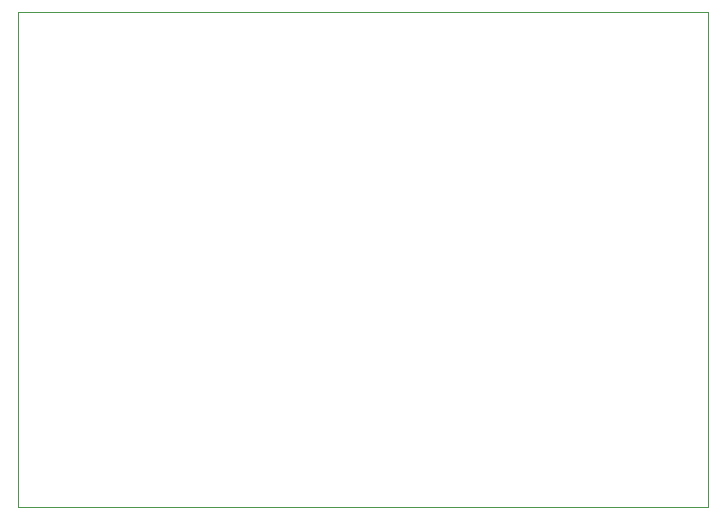
<source format=gm1>
G04 #@! TF.GenerationSoftware,KiCad,Pcbnew,5.1.9+dfsg1-1*
G04 #@! TF.CreationDate,2021-05-06T21:17:37+02:00*
G04 #@! TF.ProjectId,schema,73636865-6d61-42e6-9b69-6361645f7063,rev?*
G04 #@! TF.SameCoordinates,Original*
G04 #@! TF.FileFunction,Profile,NP*
%FSLAX46Y46*%
G04 Gerber Fmt 4.6, Leading zero omitted, Abs format (unit mm)*
G04 Created by KiCad (PCBNEW 5.1.9+dfsg1-1) date 2021-05-06 21:17:37*
%MOMM*%
%LPD*%
G01*
G04 APERTURE LIST*
G04 #@! TA.AperFunction,Profile*
%ADD10C,0.050000*%
G04 #@! TD*
G04 APERTURE END LIST*
D10*
X107950000Y-148590000D02*
X107950000Y-106680000D01*
X166370000Y-148590000D02*
X107950000Y-148590000D01*
X166370000Y-106680000D02*
X166370000Y-148590000D01*
X107950000Y-106680000D02*
X166370000Y-106680000D01*
M02*

</source>
